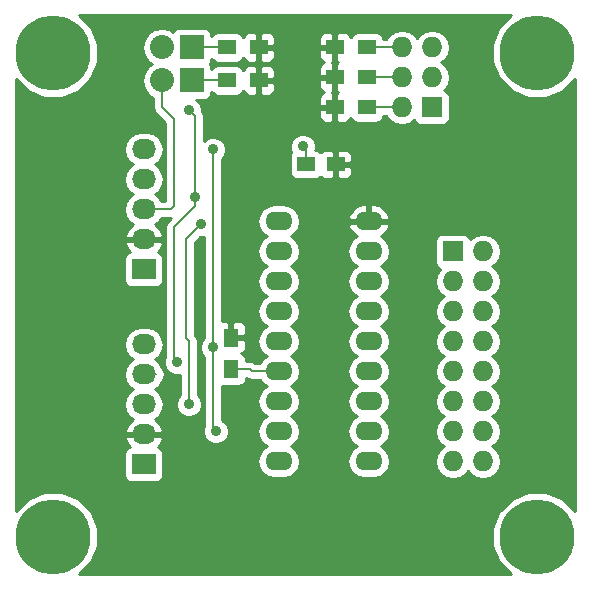
<source format=gtl>
G04 #@! TF.FileFunction,Copper,L1,Top,Signal*
%FSLAX46Y46*%
G04 Gerber Fmt 4.6, Leading zero omitted, Abs format (unit mm)*
G04 Created by KiCad (PCBNEW (after 2015-mar-04 BZR unknown)-product) date 12/21/2015 2:53:08 PM*
%MOMM*%
G01*
G04 APERTURE LIST*
%ADD10C,0.150000*%
%ADD11O,2.300000X1.600000*%
%ADD12R,1.500000X1.300000*%
%ADD13C,6.350000*%
%ADD14R,1.300000X1.500000*%
%ADD15R,1.500000X1.250000*%
%ADD16R,2.032000X2.032000*%
%ADD17O,2.032000X2.032000*%
%ADD18R,1.727200X1.727200*%
%ADD19O,1.727200X1.727200*%
%ADD20R,2.032000X1.727200*%
%ADD21O,2.032000X1.727200*%
%ADD22C,0.889000*%
%ADD23C,0.203200*%
%ADD24C,0.254000*%
G04 APERTURE END LIST*
D10*
D11*
X23114000Y-18288000D03*
X23114000Y-20828000D03*
X23114000Y-23368000D03*
X23114000Y-25908000D03*
X23114000Y-28448000D03*
X23114000Y-30988000D03*
X23114000Y-33528000D03*
X23114000Y-36068000D03*
X23114000Y-38608000D03*
X30734000Y-38608000D03*
X30734000Y-36068000D03*
X30734000Y-33528000D03*
X30734000Y-30988000D03*
X30734000Y-28448000D03*
X30734000Y-25908000D03*
X30734000Y-23368000D03*
X30734000Y-20828000D03*
X30734000Y-18288000D03*
D12*
X27860000Y-8636000D03*
X30560000Y-8636000D03*
X27860000Y-6096000D03*
X30560000Y-6096000D03*
X27860000Y-3556000D03*
X30560000Y-3556000D03*
X21416000Y-3556000D03*
X18716000Y-3556000D03*
X21416000Y-6350000D03*
X18716000Y-6350000D03*
D13*
X4000000Y-45000000D03*
X4000000Y-4000000D03*
X45000000Y-45000000D03*
X45000000Y-4000000D03*
D14*
X19050000Y-28114000D03*
X19050000Y-30814000D03*
D15*
X27920000Y-13462000D03*
X25420000Y-13462000D03*
D16*
X15748000Y-3556000D03*
D17*
X13208000Y-3556000D03*
D16*
X15748000Y-6350000D03*
D17*
X13208000Y-6350000D03*
D18*
X36068000Y-8636000D03*
D19*
X33528000Y-8636000D03*
X36068000Y-6096000D03*
X33528000Y-6096000D03*
X36068000Y-3556000D03*
X33528000Y-3556000D03*
D20*
X11684000Y-22352000D03*
D21*
X11684000Y-19812000D03*
X11684000Y-17272000D03*
X11684000Y-14732000D03*
X11684000Y-12192000D03*
D20*
X11684000Y-38862000D03*
D21*
X11684000Y-36322000D03*
X11684000Y-33782000D03*
X11684000Y-31242000D03*
X11684000Y-28702000D03*
D18*
X37846000Y-20828000D03*
D19*
X40386000Y-20828000D03*
X37846000Y-23368000D03*
X40386000Y-23368000D03*
X37846000Y-25908000D03*
X40386000Y-25908000D03*
X37846000Y-28448000D03*
X40386000Y-28448000D03*
X37846000Y-30988000D03*
X40386000Y-30988000D03*
X37846000Y-33528000D03*
X40386000Y-33528000D03*
X37846000Y-36068000D03*
X40386000Y-36068000D03*
X37846000Y-38608000D03*
X40386000Y-38608000D03*
D22*
X16002000Y-16256000D03*
X14478000Y-30226000D03*
X15494000Y-8890000D03*
X15494000Y-33782000D03*
X16510000Y-18542000D03*
X25146000Y-11938000D03*
X17780000Y-36068000D03*
X17526000Y-28956000D03*
X17526000Y-12192000D03*
D23*
X33528000Y-8636000D02*
X30560000Y-8636000D01*
X33528000Y-6096000D02*
X30560000Y-6096000D01*
X33528000Y-3556000D02*
X30560000Y-3556000D01*
X20654000Y-30814000D02*
X20828000Y-30988000D01*
X20828000Y-30988000D02*
X23114000Y-30988000D01*
X19050000Y-30814000D02*
X20654000Y-30814000D01*
X11684000Y-31242000D02*
X12700000Y-31242000D01*
X16002000Y-17018000D02*
X16002000Y-16256000D01*
X14224000Y-18796000D02*
X16002000Y-17018000D01*
X14224000Y-29972000D02*
X14224000Y-18796000D01*
X14478000Y-30226000D02*
X14224000Y-29972000D01*
X16002000Y-16256000D02*
X16002000Y-9398000D01*
X16002000Y-9398000D02*
X15494000Y-8890000D01*
X13970000Y-17272000D02*
X14224000Y-17018000D01*
X14224000Y-17018000D02*
X14224000Y-9652000D01*
X14224000Y-9652000D02*
X13208000Y-8636000D01*
X13208000Y-8636000D02*
X13208000Y-6350000D01*
X11684000Y-17272000D02*
X13970000Y-17272000D01*
X15494000Y-33782000D02*
X15494000Y-28448000D01*
X15494000Y-28448000D02*
X15240000Y-28194000D01*
X15240000Y-28194000D02*
X15240000Y-19812000D01*
X15240000Y-19812000D02*
X16510000Y-18542000D01*
X25420000Y-12212000D02*
X25146000Y-11938000D01*
X25420000Y-13462000D02*
X25420000Y-12212000D01*
X10922000Y-12192000D02*
X11684000Y-12192000D01*
X17780000Y-36068000D02*
X17526000Y-35814000D01*
X17526000Y-35814000D02*
X17526000Y-28956000D01*
X17526000Y-28956000D02*
X17526000Y-12192000D01*
X15748000Y-3556000D02*
X18716000Y-3556000D01*
X15748000Y-6350000D02*
X18716000Y-6350000D01*
D24*
G36*
X48174500Y-42787183D02*
X47161009Y-41771923D01*
X45761181Y-41190663D01*
X44245469Y-41189340D01*
X42844628Y-41768156D01*
X41913959Y-42697202D01*
X41913959Y-38608000D01*
X41799885Y-38034511D01*
X41475029Y-37548330D01*
X41160248Y-37338000D01*
X41475029Y-37127670D01*
X41799885Y-36641489D01*
X41913959Y-36068000D01*
X41799885Y-35494511D01*
X41475029Y-35008330D01*
X41160248Y-34798000D01*
X41475029Y-34587670D01*
X41799885Y-34101489D01*
X41913959Y-33528000D01*
X41799885Y-32954511D01*
X41475029Y-32468330D01*
X41160248Y-32258000D01*
X41475029Y-32047670D01*
X41799885Y-31561489D01*
X41913959Y-30988000D01*
X41799885Y-30414511D01*
X41475029Y-29928330D01*
X41160248Y-29718000D01*
X41475029Y-29507670D01*
X41799885Y-29021489D01*
X41913959Y-28448000D01*
X41799885Y-27874511D01*
X41475029Y-27388330D01*
X41160248Y-27178000D01*
X41475029Y-26967670D01*
X41799885Y-26481489D01*
X41913959Y-25908000D01*
X41799885Y-25334511D01*
X41475029Y-24848330D01*
X41160248Y-24638000D01*
X41475029Y-24427670D01*
X41799885Y-23941489D01*
X41913959Y-23368000D01*
X41799885Y-22794511D01*
X41475029Y-22308330D01*
X41160248Y-22098000D01*
X41475029Y-21887670D01*
X41799885Y-21401489D01*
X41913959Y-20828000D01*
X41799885Y-20254511D01*
X41475029Y-19768330D01*
X40988848Y-19443474D01*
X40415359Y-19329400D01*
X40356641Y-19329400D01*
X39783152Y-19443474D01*
X39316470Y-19755300D01*
X39310063Y-19722277D01*
X39170273Y-19509473D01*
X38959240Y-19367023D01*
X38709600Y-19316960D01*
X37595959Y-19316960D01*
X37595959Y-6096000D01*
X37481885Y-5522511D01*
X37157029Y-5036330D01*
X36842248Y-4826000D01*
X37157029Y-4615670D01*
X37481885Y-4129489D01*
X37595959Y-3556000D01*
X37481885Y-2982511D01*
X37157029Y-2496330D01*
X36670848Y-2171474D01*
X36097359Y-2057400D01*
X36038641Y-2057400D01*
X35465152Y-2171474D01*
X34978971Y-2496330D01*
X34798000Y-2767172D01*
X34617029Y-2496330D01*
X34130848Y-2171474D01*
X33557359Y-2057400D01*
X33498641Y-2057400D01*
X32925152Y-2171474D01*
X32438971Y-2496330D01*
X32223102Y-2819400D01*
X31940637Y-2819400D01*
X31910463Y-2663877D01*
X31770673Y-2451073D01*
X31559640Y-2308623D01*
X31310000Y-2258560D01*
X29810000Y-2258560D01*
X29567877Y-2305537D01*
X29355073Y-2445327D01*
X29212623Y-2656360D01*
X29206520Y-2686791D01*
X29148327Y-2546301D01*
X28969698Y-2367673D01*
X28736309Y-2271000D01*
X28145750Y-2271000D01*
X27987000Y-2429750D01*
X27987000Y-3429000D01*
X28007000Y-3429000D01*
X28007000Y-3683000D01*
X27987000Y-3683000D01*
X27987000Y-4682250D01*
X28130750Y-4826000D01*
X27987000Y-4969750D01*
X27987000Y-5969000D01*
X28007000Y-5969000D01*
X28007000Y-6223000D01*
X27987000Y-6223000D01*
X27987000Y-7222250D01*
X28130750Y-7366000D01*
X27987000Y-7509750D01*
X27987000Y-8509000D01*
X28007000Y-8509000D01*
X28007000Y-8763000D01*
X27987000Y-8763000D01*
X27987000Y-9762250D01*
X28145750Y-9921000D01*
X28736309Y-9921000D01*
X28969698Y-9824327D01*
X29148327Y-9645699D01*
X29205546Y-9507557D01*
X29209537Y-9528123D01*
X29349327Y-9740927D01*
X29560360Y-9883377D01*
X29810000Y-9933440D01*
X31310000Y-9933440D01*
X31552123Y-9886463D01*
X31764927Y-9746673D01*
X31907377Y-9535640D01*
X31940073Y-9372600D01*
X32223102Y-9372600D01*
X32438971Y-9695670D01*
X32925152Y-10020526D01*
X33498641Y-10134600D01*
X33557359Y-10134600D01*
X34130848Y-10020526D01*
X34597529Y-9708699D01*
X34603937Y-9741723D01*
X34743727Y-9954527D01*
X34954760Y-10096977D01*
X35204400Y-10147040D01*
X36931600Y-10147040D01*
X37173723Y-10100063D01*
X37386527Y-9960273D01*
X37528977Y-9749240D01*
X37579040Y-9499600D01*
X37579040Y-7772400D01*
X37532063Y-7530277D01*
X37392273Y-7317473D01*
X37181240Y-7175023D01*
X37140340Y-7166820D01*
X37157029Y-7155670D01*
X37481885Y-6669489D01*
X37595959Y-6096000D01*
X37595959Y-19316960D01*
X36982400Y-19316960D01*
X36740277Y-19363937D01*
X36527473Y-19503727D01*
X36385023Y-19714760D01*
X36334960Y-19964400D01*
X36334960Y-21691600D01*
X36381937Y-21933723D01*
X36521727Y-22146527D01*
X36732760Y-22288977D01*
X36773659Y-22297179D01*
X36756971Y-22308330D01*
X36432115Y-22794511D01*
X36318041Y-23368000D01*
X36432115Y-23941489D01*
X36756971Y-24427670D01*
X37071751Y-24638000D01*
X36756971Y-24848330D01*
X36432115Y-25334511D01*
X36318041Y-25908000D01*
X36432115Y-26481489D01*
X36756971Y-26967670D01*
X37071751Y-27178000D01*
X36756971Y-27388330D01*
X36432115Y-27874511D01*
X36318041Y-28448000D01*
X36432115Y-29021489D01*
X36756971Y-29507670D01*
X37071751Y-29718000D01*
X36756971Y-29928330D01*
X36432115Y-30414511D01*
X36318041Y-30988000D01*
X36432115Y-31561489D01*
X36756971Y-32047670D01*
X37071751Y-32258000D01*
X36756971Y-32468330D01*
X36432115Y-32954511D01*
X36318041Y-33528000D01*
X36432115Y-34101489D01*
X36756971Y-34587670D01*
X37071751Y-34798000D01*
X36756971Y-35008330D01*
X36432115Y-35494511D01*
X36318041Y-36068000D01*
X36432115Y-36641489D01*
X36756971Y-37127670D01*
X37071751Y-37338000D01*
X36756971Y-37548330D01*
X36432115Y-38034511D01*
X36318041Y-38608000D01*
X36432115Y-39181489D01*
X36756971Y-39667670D01*
X37243152Y-39992526D01*
X37816641Y-40106600D01*
X37875359Y-40106600D01*
X38448848Y-39992526D01*
X38935029Y-39667670D01*
X39116000Y-39396827D01*
X39296971Y-39667670D01*
X39783152Y-39992526D01*
X40356641Y-40106600D01*
X40415359Y-40106600D01*
X40988848Y-39992526D01*
X41475029Y-39667670D01*
X41799885Y-39181489D01*
X41913959Y-38608000D01*
X41913959Y-42697202D01*
X41771923Y-42838991D01*
X41190663Y-44238819D01*
X41189340Y-45754531D01*
X41768156Y-47155372D01*
X42785507Y-48174500D01*
X32553970Y-48174500D01*
X32553970Y-38608000D01*
X32444737Y-38058849D01*
X32133668Y-37593302D01*
X31751582Y-37338000D01*
X32133668Y-37082698D01*
X32444737Y-36617151D01*
X32553970Y-36068000D01*
X32444737Y-35518849D01*
X32133668Y-35053302D01*
X31751582Y-34798000D01*
X32133668Y-34542698D01*
X32444737Y-34077151D01*
X32553970Y-33528000D01*
X32444737Y-32978849D01*
X32133668Y-32513302D01*
X31751582Y-32258000D01*
X32133668Y-32002698D01*
X32444737Y-31537151D01*
X32553970Y-30988000D01*
X32444737Y-30438849D01*
X32133668Y-29973302D01*
X31751582Y-29718000D01*
X32133668Y-29462698D01*
X32444737Y-28997151D01*
X32553970Y-28448000D01*
X32444737Y-27898849D01*
X32133668Y-27433302D01*
X31751582Y-27178000D01*
X32133668Y-26922698D01*
X32444737Y-26457151D01*
X32553970Y-25908000D01*
X32444737Y-25358849D01*
X32133668Y-24893302D01*
X31751582Y-24638000D01*
X32133668Y-24382698D01*
X32444737Y-23917151D01*
X32553970Y-23368000D01*
X32444737Y-22818849D01*
X32133668Y-22353302D01*
X31751582Y-22098000D01*
X32133668Y-21842698D01*
X32444737Y-21377151D01*
X32553970Y-20828000D01*
X32444737Y-20278849D01*
X32133668Y-19813302D01*
X31755848Y-19560850D01*
X32188500Y-19212896D01*
X32458367Y-18719819D01*
X32475904Y-18637039D01*
X32475904Y-17938961D01*
X32458367Y-17856181D01*
X32188500Y-17363104D01*
X31750483Y-17010834D01*
X31211000Y-16853000D01*
X30861000Y-16853000D01*
X30861000Y-18161000D01*
X32353915Y-18161000D01*
X32475904Y-17938961D01*
X32475904Y-18637039D01*
X32353915Y-18415000D01*
X30861000Y-18415000D01*
X30861000Y-18435000D01*
X30607000Y-18435000D01*
X30607000Y-18415000D01*
X30607000Y-18161000D01*
X30607000Y-16853000D01*
X30257000Y-16853000D01*
X29717517Y-17010834D01*
X29305000Y-17342595D01*
X29305000Y-14213310D01*
X29305000Y-13960691D01*
X29305000Y-13747750D01*
X29305000Y-13176250D01*
X29305000Y-12963309D01*
X29305000Y-12710690D01*
X29208327Y-12477301D01*
X29029698Y-12298673D01*
X28796309Y-12202000D01*
X28205750Y-12202000D01*
X28047000Y-12360750D01*
X28047000Y-13335000D01*
X29146250Y-13335000D01*
X29305000Y-13176250D01*
X29305000Y-13747750D01*
X29146250Y-13589000D01*
X28047000Y-13589000D01*
X28047000Y-14563250D01*
X28205750Y-14722000D01*
X28796309Y-14722000D01*
X29029698Y-14625327D01*
X29208327Y-14446699D01*
X29305000Y-14213310D01*
X29305000Y-17342595D01*
X29279500Y-17363104D01*
X29009633Y-17856181D01*
X28992096Y-17938961D01*
X29114085Y-18161000D01*
X30607000Y-18161000D01*
X30607000Y-18415000D01*
X29114085Y-18415000D01*
X28992096Y-18637039D01*
X29009633Y-18719819D01*
X29279500Y-19212896D01*
X29712151Y-19560850D01*
X29334332Y-19813302D01*
X29023263Y-20278849D01*
X28914030Y-20828000D01*
X29023263Y-21377151D01*
X29334332Y-21842698D01*
X29716417Y-22098000D01*
X29334332Y-22353302D01*
X29023263Y-22818849D01*
X28914030Y-23368000D01*
X29023263Y-23917151D01*
X29334332Y-24382698D01*
X29716417Y-24638000D01*
X29334332Y-24893302D01*
X29023263Y-25358849D01*
X28914030Y-25908000D01*
X29023263Y-26457151D01*
X29334332Y-26922698D01*
X29716417Y-27178000D01*
X29334332Y-27433302D01*
X29023263Y-27898849D01*
X28914030Y-28448000D01*
X29023263Y-28997151D01*
X29334332Y-29462698D01*
X29716417Y-29718000D01*
X29334332Y-29973302D01*
X29023263Y-30438849D01*
X28914030Y-30988000D01*
X29023263Y-31537151D01*
X29334332Y-32002698D01*
X29716417Y-32258000D01*
X29334332Y-32513302D01*
X29023263Y-32978849D01*
X28914030Y-33528000D01*
X29023263Y-34077151D01*
X29334332Y-34542698D01*
X29716417Y-34798000D01*
X29334332Y-35053302D01*
X29023263Y-35518849D01*
X28914030Y-36068000D01*
X29023263Y-36617151D01*
X29334332Y-37082698D01*
X29716417Y-37338000D01*
X29334332Y-37593302D01*
X29023263Y-38058849D01*
X28914030Y-38608000D01*
X29023263Y-39157151D01*
X29334332Y-39622698D01*
X29799879Y-39933767D01*
X30349030Y-40043000D01*
X31118970Y-40043000D01*
X31668121Y-39933767D01*
X32133668Y-39622698D01*
X32444737Y-39157151D01*
X32553970Y-38608000D01*
X32553970Y-48174500D01*
X27793000Y-48174500D01*
X27793000Y-14563250D01*
X27793000Y-13589000D01*
X27773000Y-13589000D01*
X27773000Y-13335000D01*
X27793000Y-13335000D01*
X27793000Y-12360750D01*
X27733000Y-12300750D01*
X27733000Y-9762250D01*
X27733000Y-8763000D01*
X27733000Y-8509000D01*
X27733000Y-7509750D01*
X27589250Y-7366000D01*
X27733000Y-7222250D01*
X27733000Y-6223000D01*
X27733000Y-5969000D01*
X27733000Y-4969750D01*
X27589250Y-4826000D01*
X27733000Y-4682250D01*
X27733000Y-3683000D01*
X27733000Y-3429000D01*
X27733000Y-2429750D01*
X27574250Y-2271000D01*
X26983691Y-2271000D01*
X26750302Y-2367673D01*
X26571673Y-2546301D01*
X26475000Y-2779690D01*
X26475000Y-3032309D01*
X26475000Y-3270250D01*
X26633750Y-3429000D01*
X27733000Y-3429000D01*
X27733000Y-3683000D01*
X26633750Y-3683000D01*
X26475000Y-3841750D01*
X26475000Y-4079691D01*
X26475000Y-4332310D01*
X26571673Y-4565699D01*
X26750302Y-4744327D01*
X26947477Y-4826000D01*
X26750302Y-4907673D01*
X26571673Y-5086301D01*
X26475000Y-5319690D01*
X26475000Y-5572309D01*
X26475000Y-5810250D01*
X26633750Y-5969000D01*
X27733000Y-5969000D01*
X27733000Y-6223000D01*
X26633750Y-6223000D01*
X26475000Y-6381750D01*
X26475000Y-6619691D01*
X26475000Y-6872310D01*
X26571673Y-7105699D01*
X26750302Y-7284327D01*
X26947477Y-7366000D01*
X26750302Y-7447673D01*
X26571673Y-7626301D01*
X26475000Y-7859690D01*
X26475000Y-8112309D01*
X26475000Y-8350250D01*
X26633750Y-8509000D01*
X27733000Y-8509000D01*
X27733000Y-8763000D01*
X26633750Y-8763000D01*
X26475000Y-8921750D01*
X26475000Y-9159691D01*
X26475000Y-9412310D01*
X26571673Y-9645699D01*
X26750302Y-9824327D01*
X26983691Y-9921000D01*
X27574250Y-9921000D01*
X27733000Y-9762250D01*
X27733000Y-12300750D01*
X27634250Y-12202000D01*
X27043691Y-12202000D01*
X26810302Y-12298673D01*
X26668823Y-12440150D01*
X26630673Y-12382073D01*
X26419640Y-12239623D01*
X26207302Y-12197040D01*
X26225313Y-12153668D01*
X26225687Y-11724216D01*
X26061689Y-11327311D01*
X25758286Y-11023378D01*
X25361668Y-10858687D01*
X24932216Y-10858313D01*
X24535311Y-11022311D01*
X24231378Y-11325714D01*
X24066687Y-11722332D01*
X24066313Y-12151784D01*
X24180348Y-12427770D01*
X24072623Y-12587360D01*
X24022560Y-12837000D01*
X24022560Y-14087000D01*
X24069537Y-14329123D01*
X24209327Y-14541927D01*
X24420360Y-14684377D01*
X24670000Y-14734440D01*
X26170000Y-14734440D01*
X26412123Y-14687463D01*
X26624927Y-14547673D01*
X26668337Y-14483362D01*
X26810302Y-14625327D01*
X27043691Y-14722000D01*
X27634250Y-14722000D01*
X27793000Y-14563250D01*
X27793000Y-48174500D01*
X24933970Y-48174500D01*
X24933970Y-38608000D01*
X24824737Y-38058849D01*
X24513668Y-37593302D01*
X24131582Y-37338000D01*
X24513668Y-37082698D01*
X24824737Y-36617151D01*
X24933970Y-36068000D01*
X24824737Y-35518849D01*
X24513668Y-35053302D01*
X24131582Y-34798000D01*
X24513668Y-34542698D01*
X24824737Y-34077151D01*
X24933970Y-33528000D01*
X24824737Y-32978849D01*
X24513668Y-32513302D01*
X24131582Y-32258000D01*
X24513668Y-32002698D01*
X24824737Y-31537151D01*
X24933970Y-30988000D01*
X24824737Y-30438849D01*
X24513668Y-29973302D01*
X24131582Y-29718000D01*
X24513668Y-29462698D01*
X24824737Y-28997151D01*
X24933970Y-28448000D01*
X24824737Y-27898849D01*
X24513668Y-27433302D01*
X24131582Y-27178000D01*
X24513668Y-26922698D01*
X24824737Y-26457151D01*
X24933970Y-25908000D01*
X24824737Y-25358849D01*
X24513668Y-24893302D01*
X24131582Y-24638000D01*
X24513668Y-24382698D01*
X24824737Y-23917151D01*
X24933970Y-23368000D01*
X24824737Y-22818849D01*
X24513668Y-22353302D01*
X24131582Y-22098000D01*
X24513668Y-21842698D01*
X24824737Y-21377151D01*
X24933970Y-20828000D01*
X24824737Y-20278849D01*
X24513668Y-19813302D01*
X24131582Y-19558000D01*
X24513668Y-19302698D01*
X24824737Y-18837151D01*
X24933970Y-18288000D01*
X24824737Y-17738849D01*
X24513668Y-17273302D01*
X24048121Y-16962233D01*
X23498970Y-16853000D01*
X22801000Y-16853000D01*
X22801000Y-7126310D01*
X22801000Y-6873691D01*
X22801000Y-6635750D01*
X22801000Y-6064250D01*
X22801000Y-5826309D01*
X22801000Y-5573690D01*
X22801000Y-4332310D01*
X22801000Y-4079691D01*
X22801000Y-3841750D01*
X22801000Y-3270250D01*
X22801000Y-3032309D01*
X22801000Y-2779690D01*
X22704327Y-2546301D01*
X22525698Y-2367673D01*
X22292309Y-2271000D01*
X21701750Y-2271000D01*
X21543000Y-2429750D01*
X21543000Y-3429000D01*
X22642250Y-3429000D01*
X22801000Y-3270250D01*
X22801000Y-3841750D01*
X22642250Y-3683000D01*
X21543000Y-3683000D01*
X21543000Y-4682250D01*
X21701750Y-4841000D01*
X22292309Y-4841000D01*
X22525698Y-4744327D01*
X22704327Y-4565699D01*
X22801000Y-4332310D01*
X22801000Y-5573690D01*
X22704327Y-5340301D01*
X22525698Y-5161673D01*
X22292309Y-5065000D01*
X21701750Y-5065000D01*
X21543000Y-5223750D01*
X21543000Y-6223000D01*
X22642250Y-6223000D01*
X22801000Y-6064250D01*
X22801000Y-6635750D01*
X22642250Y-6477000D01*
X21543000Y-6477000D01*
X21543000Y-7476250D01*
X21701750Y-7635000D01*
X22292309Y-7635000D01*
X22525698Y-7538327D01*
X22704327Y-7359699D01*
X22801000Y-7126310D01*
X22801000Y-16853000D01*
X22729030Y-16853000D01*
X22179879Y-16962233D01*
X21714332Y-17273302D01*
X21403263Y-17738849D01*
X21294030Y-18288000D01*
X21403263Y-18837151D01*
X21714332Y-19302698D01*
X22096417Y-19558000D01*
X21714332Y-19813302D01*
X21403263Y-20278849D01*
X21294030Y-20828000D01*
X21403263Y-21377151D01*
X21714332Y-21842698D01*
X22096417Y-22098000D01*
X21714332Y-22353302D01*
X21403263Y-22818849D01*
X21294030Y-23368000D01*
X21403263Y-23917151D01*
X21714332Y-24382698D01*
X22096417Y-24638000D01*
X21714332Y-24893302D01*
X21403263Y-25358849D01*
X21294030Y-25908000D01*
X21403263Y-26457151D01*
X21714332Y-26922698D01*
X22096417Y-27178000D01*
X21714332Y-27433302D01*
X21403263Y-27898849D01*
X21294030Y-28448000D01*
X21403263Y-28997151D01*
X21714332Y-29462698D01*
X22096417Y-29718000D01*
X21714332Y-29973302D01*
X21528512Y-30251400D01*
X21112379Y-30251400D01*
X20935885Y-30133470D01*
X20654000Y-30077400D01*
X20347440Y-30077400D01*
X20347440Y-30064000D01*
X20300463Y-29821877D01*
X20160673Y-29609073D01*
X19949640Y-29466623D01*
X19919208Y-29460520D01*
X20059699Y-29402327D01*
X20238327Y-29223698D01*
X20335000Y-28990309D01*
X20335000Y-28399750D01*
X20335000Y-27828250D01*
X20335000Y-27237691D01*
X20238327Y-27004302D01*
X20059699Y-26825673D01*
X19826310Y-26729000D01*
X19573691Y-26729000D01*
X19335750Y-26729000D01*
X19177000Y-26887750D01*
X19177000Y-27987000D01*
X20176250Y-27987000D01*
X20335000Y-27828250D01*
X20335000Y-28399750D01*
X20176250Y-28241000D01*
X19177000Y-28241000D01*
X19177000Y-28261000D01*
X18923000Y-28261000D01*
X18923000Y-28241000D01*
X18903000Y-28241000D01*
X18903000Y-27987000D01*
X18923000Y-27987000D01*
X18923000Y-26887750D01*
X18764250Y-26729000D01*
X18526309Y-26729000D01*
X18273690Y-26729000D01*
X18262600Y-26733593D01*
X18262600Y-12981997D01*
X18440622Y-12804286D01*
X18605313Y-12407668D01*
X18605687Y-11978216D01*
X18441689Y-11581311D01*
X18138286Y-11277378D01*
X17741668Y-11112687D01*
X17312216Y-11112313D01*
X16915311Y-11276311D01*
X16738600Y-11452713D01*
X16738600Y-9398000D01*
X16682530Y-9116115D01*
X16573446Y-8952859D01*
X16573687Y-8676216D01*
X16409689Y-8279311D01*
X16144281Y-8013440D01*
X16764000Y-8013440D01*
X17006123Y-7966463D01*
X17218927Y-7826673D01*
X17361377Y-7615640D01*
X17411440Y-7366000D01*
X17411440Y-7312001D01*
X17505327Y-7454927D01*
X17716360Y-7597377D01*
X17966000Y-7647440D01*
X19466000Y-7647440D01*
X19708123Y-7600463D01*
X19920927Y-7460673D01*
X20063377Y-7249640D01*
X20069479Y-7219208D01*
X20127673Y-7359699D01*
X20306302Y-7538327D01*
X20539691Y-7635000D01*
X21130250Y-7635000D01*
X21289000Y-7476250D01*
X21289000Y-6477000D01*
X21269000Y-6477000D01*
X21269000Y-6223000D01*
X21289000Y-6223000D01*
X21289000Y-5223750D01*
X21130250Y-5065000D01*
X20539691Y-5065000D01*
X20306302Y-5161673D01*
X20127673Y-5340301D01*
X20070453Y-5478442D01*
X20066463Y-5457877D01*
X19926673Y-5245073D01*
X19715640Y-5102623D01*
X19466000Y-5052560D01*
X17966000Y-5052560D01*
X17723877Y-5099537D01*
X17511073Y-5239327D01*
X17411440Y-5386928D01*
X17411440Y-5334000D01*
X17364463Y-5091877D01*
X17272974Y-4952603D01*
X17361377Y-4821640D01*
X17411440Y-4572000D01*
X17411440Y-4518001D01*
X17505327Y-4660927D01*
X17716360Y-4803377D01*
X17966000Y-4853440D01*
X19466000Y-4853440D01*
X19708123Y-4806463D01*
X19920927Y-4666673D01*
X20063377Y-4455640D01*
X20069479Y-4425208D01*
X20127673Y-4565699D01*
X20306302Y-4744327D01*
X20539691Y-4841000D01*
X21130250Y-4841000D01*
X21289000Y-4682250D01*
X21289000Y-3683000D01*
X21269000Y-3683000D01*
X21269000Y-3429000D01*
X21289000Y-3429000D01*
X21289000Y-2429750D01*
X21130250Y-2271000D01*
X20539691Y-2271000D01*
X20306302Y-2367673D01*
X20127673Y-2546301D01*
X20070453Y-2684442D01*
X20066463Y-2663877D01*
X19926673Y-2451073D01*
X19715640Y-2308623D01*
X19466000Y-2258560D01*
X17966000Y-2258560D01*
X17723877Y-2305537D01*
X17511073Y-2445327D01*
X17411440Y-2592928D01*
X17411440Y-2540000D01*
X17364463Y-2297877D01*
X17224673Y-2085073D01*
X17013640Y-1942623D01*
X16764000Y-1892560D01*
X14732000Y-1892560D01*
X14489877Y-1939537D01*
X14277073Y-2079327D01*
X14178836Y-2224860D01*
X13839810Y-1998330D01*
X13208000Y-1872655D01*
X12576190Y-1998330D01*
X12040567Y-2356222D01*
X11682675Y-2891845D01*
X11557000Y-3523655D01*
X11557000Y-3588345D01*
X11682675Y-4220155D01*
X12040567Y-4755778D01*
X12335730Y-4953000D01*
X12040567Y-5150222D01*
X11682675Y-5685845D01*
X11557000Y-6317655D01*
X11557000Y-6382345D01*
X11682675Y-7014155D01*
X12040567Y-7549778D01*
X12471400Y-7837651D01*
X12471400Y-8636000D01*
X12527470Y-8917885D01*
X12687145Y-9156855D01*
X13487400Y-9957110D01*
X13487400Y-16535400D01*
X13144283Y-16535400D01*
X12928415Y-16212330D01*
X12613634Y-16002000D01*
X12928415Y-15791670D01*
X13253271Y-15305489D01*
X13367345Y-14732000D01*
X13253271Y-14158511D01*
X12928415Y-13672330D01*
X12613634Y-13462000D01*
X12928415Y-13251670D01*
X13253271Y-12765489D01*
X13367345Y-12192000D01*
X13253271Y-11618511D01*
X12928415Y-11132330D01*
X12442234Y-10807474D01*
X11868745Y-10693400D01*
X11499255Y-10693400D01*
X10925766Y-10807474D01*
X10439585Y-11132330D01*
X10114729Y-11618511D01*
X10000655Y-12192000D01*
X10114729Y-12765489D01*
X10439585Y-13251670D01*
X10754365Y-13462000D01*
X10439585Y-13672330D01*
X10114729Y-14158511D01*
X10000655Y-14732000D01*
X10114729Y-15305489D01*
X10439585Y-15791670D01*
X10754365Y-16002000D01*
X10439585Y-16212330D01*
X10114729Y-16698511D01*
X10000655Y-17272000D01*
X10114729Y-17845489D01*
X10439585Y-18331670D01*
X10749069Y-18538460D01*
X10333268Y-18909964D01*
X10079291Y-19437209D01*
X10076642Y-19452974D01*
X10197783Y-19685000D01*
X11557000Y-19685000D01*
X11557000Y-19665000D01*
X11811000Y-19665000D01*
X11811000Y-19685000D01*
X13170217Y-19685000D01*
X13291358Y-19452974D01*
X13288709Y-19437209D01*
X13034732Y-18909964D01*
X12618930Y-18538460D01*
X12928415Y-18331670D01*
X13144283Y-18008600D01*
X13969690Y-18008600D01*
X13703145Y-18275145D01*
X13543470Y-18514115D01*
X13487400Y-18796000D01*
X13487400Y-29796688D01*
X13398687Y-30010332D01*
X13398313Y-30439784D01*
X13562311Y-30836689D01*
X13865714Y-31140622D01*
X14262332Y-31305313D01*
X14691784Y-31305687D01*
X14757400Y-31278574D01*
X14757400Y-32992002D01*
X14579378Y-33169714D01*
X14414687Y-33566332D01*
X14414313Y-33995784D01*
X14578311Y-34392689D01*
X14881714Y-34696622D01*
X15278332Y-34861313D01*
X15707784Y-34861687D01*
X16104689Y-34697689D01*
X16408622Y-34394286D01*
X16573313Y-33997668D01*
X16573687Y-33568216D01*
X16409689Y-33171311D01*
X16230600Y-32991909D01*
X16230600Y-28448000D01*
X16174530Y-28166115D01*
X16014855Y-27927145D01*
X15976600Y-27888890D01*
X15976600Y-20117110D01*
X16472242Y-19621467D01*
X16723784Y-19621687D01*
X16789400Y-19594574D01*
X16789400Y-28166002D01*
X16611378Y-28343714D01*
X16446687Y-28740332D01*
X16446313Y-29169784D01*
X16610311Y-29566689D01*
X16789400Y-29746090D01*
X16789400Y-35638688D01*
X16700687Y-35852332D01*
X16700313Y-36281784D01*
X16864311Y-36678689D01*
X17167714Y-36982622D01*
X17564332Y-37147313D01*
X17993784Y-37147687D01*
X18390689Y-36983689D01*
X18694622Y-36680286D01*
X18859313Y-36283668D01*
X18859687Y-35854216D01*
X18695689Y-35457311D01*
X18392286Y-35153378D01*
X18262600Y-35099527D01*
X18262600Y-32183885D01*
X18400000Y-32211440D01*
X19700000Y-32211440D01*
X19942123Y-32164463D01*
X20154927Y-32024673D01*
X20297377Y-31813640D01*
X20347440Y-31564000D01*
X20347440Y-31550600D01*
X20369620Y-31550600D01*
X20546115Y-31668530D01*
X20828000Y-31724600D01*
X21528512Y-31724600D01*
X21714332Y-32002698D01*
X22096417Y-32258000D01*
X21714332Y-32513302D01*
X21403263Y-32978849D01*
X21294030Y-33528000D01*
X21403263Y-34077151D01*
X21714332Y-34542698D01*
X22096417Y-34798000D01*
X21714332Y-35053302D01*
X21403263Y-35518849D01*
X21294030Y-36068000D01*
X21403263Y-36617151D01*
X21714332Y-37082698D01*
X22096417Y-37338000D01*
X21714332Y-37593302D01*
X21403263Y-38058849D01*
X21294030Y-38608000D01*
X21403263Y-39157151D01*
X21714332Y-39622698D01*
X22179879Y-39933767D01*
X22729030Y-40043000D01*
X23498970Y-40043000D01*
X24048121Y-39933767D01*
X24513668Y-39622698D01*
X24824737Y-39157151D01*
X24933970Y-38608000D01*
X24933970Y-48174500D01*
X13436600Y-48174500D01*
X13436600Y-31242000D01*
X13380530Y-30960115D01*
X13281918Y-30812533D01*
X13253271Y-30668511D01*
X12928415Y-30182330D01*
X12613634Y-29972000D01*
X12928415Y-29761670D01*
X13253271Y-29275489D01*
X13367345Y-28702000D01*
X13347440Y-28601930D01*
X13347440Y-23215600D01*
X13347440Y-21488400D01*
X13300463Y-21246277D01*
X13160673Y-21033473D01*
X12949640Y-20891023D01*
X12857354Y-20872516D01*
X13034732Y-20714036D01*
X13288709Y-20186791D01*
X13291358Y-20171026D01*
X13170217Y-19939000D01*
X11811000Y-19939000D01*
X11811000Y-19959000D01*
X11557000Y-19959000D01*
X11557000Y-19939000D01*
X10197783Y-19939000D01*
X10076642Y-20171026D01*
X10079291Y-20186791D01*
X10333268Y-20714036D01*
X10509701Y-20871673D01*
X10425877Y-20887937D01*
X10213073Y-21027727D01*
X10070623Y-21238760D01*
X10020560Y-21488400D01*
X10020560Y-23215600D01*
X10067537Y-23457723D01*
X10207327Y-23670527D01*
X10418360Y-23812977D01*
X10668000Y-23863040D01*
X12700000Y-23863040D01*
X12942123Y-23816063D01*
X13154927Y-23676273D01*
X13297377Y-23465240D01*
X13347440Y-23215600D01*
X13347440Y-28601930D01*
X13253271Y-28128511D01*
X12928415Y-27642330D01*
X12442234Y-27317474D01*
X11868745Y-27203400D01*
X11499255Y-27203400D01*
X10925766Y-27317474D01*
X10439585Y-27642330D01*
X10114729Y-28128511D01*
X10000655Y-28702000D01*
X10114729Y-29275489D01*
X10439585Y-29761670D01*
X10754365Y-29972000D01*
X10439585Y-30182330D01*
X10114729Y-30668511D01*
X10000655Y-31242000D01*
X10114729Y-31815489D01*
X10439585Y-32301670D01*
X10754365Y-32512000D01*
X10439585Y-32722330D01*
X10114729Y-33208511D01*
X10000655Y-33782000D01*
X10114729Y-34355489D01*
X10439585Y-34841670D01*
X10749069Y-35048460D01*
X10333268Y-35419964D01*
X10079291Y-35947209D01*
X10076642Y-35962974D01*
X10197783Y-36195000D01*
X11557000Y-36195000D01*
X11557000Y-36175000D01*
X11811000Y-36175000D01*
X11811000Y-36195000D01*
X13170217Y-36195000D01*
X13291358Y-35962974D01*
X13288709Y-35947209D01*
X13034732Y-35419964D01*
X12618930Y-35048460D01*
X12928415Y-34841670D01*
X13253271Y-34355489D01*
X13367345Y-33782000D01*
X13253271Y-33208511D01*
X12928415Y-32722330D01*
X12613634Y-32512000D01*
X12928415Y-32301670D01*
X13253271Y-31815489D01*
X13281918Y-31671466D01*
X13380530Y-31523885D01*
X13436600Y-31242000D01*
X13436600Y-48174500D01*
X13347440Y-48174500D01*
X13347440Y-39725600D01*
X13347440Y-37998400D01*
X13300463Y-37756277D01*
X13160673Y-37543473D01*
X12949640Y-37401023D01*
X12857354Y-37382516D01*
X13034732Y-37224036D01*
X13288709Y-36696791D01*
X13291358Y-36681026D01*
X13170217Y-36449000D01*
X11811000Y-36449000D01*
X11811000Y-36469000D01*
X11557000Y-36469000D01*
X11557000Y-36449000D01*
X10197783Y-36449000D01*
X10076642Y-36681026D01*
X10079291Y-36696791D01*
X10333268Y-37224036D01*
X10509701Y-37381673D01*
X10425877Y-37397937D01*
X10213073Y-37537727D01*
X10070623Y-37748760D01*
X10020560Y-37998400D01*
X10020560Y-39725600D01*
X10067537Y-39967723D01*
X10207327Y-40180527D01*
X10418360Y-40322977D01*
X10668000Y-40373040D01*
X12700000Y-40373040D01*
X12942123Y-40326063D01*
X13154927Y-40186273D01*
X13297377Y-39975240D01*
X13347440Y-39725600D01*
X13347440Y-48174500D01*
X6212816Y-48174500D01*
X7228077Y-47161009D01*
X7809337Y-45761181D01*
X7810660Y-44245469D01*
X7231844Y-42844628D01*
X6161009Y-41771923D01*
X4761181Y-41190663D01*
X3245469Y-41189340D01*
X1844628Y-41768156D01*
X825500Y-42785507D01*
X825500Y-6212816D01*
X1838991Y-7228077D01*
X3238819Y-7809337D01*
X4754531Y-7810660D01*
X6155372Y-7231844D01*
X7228077Y-6161009D01*
X7809337Y-4761181D01*
X7810660Y-3245469D01*
X7231844Y-1844628D01*
X6214492Y-825500D01*
X42787183Y-825500D01*
X41771923Y-1838991D01*
X41190663Y-3238819D01*
X41189340Y-4754531D01*
X41768156Y-6155372D01*
X42838991Y-7228077D01*
X44238819Y-7809337D01*
X45754531Y-7810660D01*
X47155372Y-7231844D01*
X48174500Y-6214492D01*
X48174500Y-42787183D01*
X48174500Y-42787183D01*
G37*
X48174500Y-42787183D02*
X47161009Y-41771923D01*
X45761181Y-41190663D01*
X44245469Y-41189340D01*
X42844628Y-41768156D01*
X41913959Y-42697202D01*
X41913959Y-38608000D01*
X41799885Y-38034511D01*
X41475029Y-37548330D01*
X41160248Y-37338000D01*
X41475029Y-37127670D01*
X41799885Y-36641489D01*
X41913959Y-36068000D01*
X41799885Y-35494511D01*
X41475029Y-35008330D01*
X41160248Y-34798000D01*
X41475029Y-34587670D01*
X41799885Y-34101489D01*
X41913959Y-33528000D01*
X41799885Y-32954511D01*
X41475029Y-32468330D01*
X41160248Y-32258000D01*
X41475029Y-32047670D01*
X41799885Y-31561489D01*
X41913959Y-30988000D01*
X41799885Y-30414511D01*
X41475029Y-29928330D01*
X41160248Y-29718000D01*
X41475029Y-29507670D01*
X41799885Y-29021489D01*
X41913959Y-28448000D01*
X41799885Y-27874511D01*
X41475029Y-27388330D01*
X41160248Y-27178000D01*
X41475029Y-26967670D01*
X41799885Y-26481489D01*
X41913959Y-25908000D01*
X41799885Y-25334511D01*
X41475029Y-24848330D01*
X41160248Y-24638000D01*
X41475029Y-24427670D01*
X41799885Y-23941489D01*
X41913959Y-23368000D01*
X41799885Y-22794511D01*
X41475029Y-22308330D01*
X41160248Y-22098000D01*
X41475029Y-21887670D01*
X41799885Y-21401489D01*
X41913959Y-20828000D01*
X41799885Y-20254511D01*
X41475029Y-19768330D01*
X40988848Y-19443474D01*
X40415359Y-19329400D01*
X40356641Y-19329400D01*
X39783152Y-19443474D01*
X39316470Y-19755300D01*
X39310063Y-19722277D01*
X39170273Y-19509473D01*
X38959240Y-19367023D01*
X38709600Y-19316960D01*
X37595959Y-19316960D01*
X37595959Y-6096000D01*
X37481885Y-5522511D01*
X37157029Y-5036330D01*
X36842248Y-4826000D01*
X37157029Y-4615670D01*
X37481885Y-4129489D01*
X37595959Y-3556000D01*
X37481885Y-2982511D01*
X37157029Y-2496330D01*
X36670848Y-2171474D01*
X36097359Y-2057400D01*
X36038641Y-2057400D01*
X35465152Y-2171474D01*
X34978971Y-2496330D01*
X34798000Y-2767172D01*
X34617029Y-2496330D01*
X34130848Y-2171474D01*
X33557359Y-2057400D01*
X33498641Y-2057400D01*
X32925152Y-2171474D01*
X32438971Y-2496330D01*
X32223102Y-2819400D01*
X31940637Y-2819400D01*
X31910463Y-2663877D01*
X31770673Y-2451073D01*
X31559640Y-2308623D01*
X31310000Y-2258560D01*
X29810000Y-2258560D01*
X29567877Y-2305537D01*
X29355073Y-2445327D01*
X29212623Y-2656360D01*
X29206520Y-2686791D01*
X29148327Y-2546301D01*
X28969698Y-2367673D01*
X28736309Y-2271000D01*
X28145750Y-2271000D01*
X27987000Y-2429750D01*
X27987000Y-3429000D01*
X28007000Y-3429000D01*
X28007000Y-3683000D01*
X27987000Y-3683000D01*
X27987000Y-4682250D01*
X28130750Y-4826000D01*
X27987000Y-4969750D01*
X27987000Y-5969000D01*
X28007000Y-5969000D01*
X28007000Y-6223000D01*
X27987000Y-6223000D01*
X27987000Y-7222250D01*
X28130750Y-7366000D01*
X27987000Y-7509750D01*
X27987000Y-8509000D01*
X28007000Y-8509000D01*
X28007000Y-8763000D01*
X27987000Y-8763000D01*
X27987000Y-9762250D01*
X28145750Y-9921000D01*
X28736309Y-9921000D01*
X28969698Y-9824327D01*
X29148327Y-9645699D01*
X29205546Y-9507557D01*
X29209537Y-9528123D01*
X29349327Y-9740927D01*
X29560360Y-9883377D01*
X29810000Y-9933440D01*
X31310000Y-9933440D01*
X31552123Y-9886463D01*
X31764927Y-9746673D01*
X31907377Y-9535640D01*
X31940073Y-9372600D01*
X32223102Y-9372600D01*
X32438971Y-9695670D01*
X32925152Y-10020526D01*
X33498641Y-10134600D01*
X33557359Y-10134600D01*
X34130848Y-10020526D01*
X34597529Y-9708699D01*
X34603937Y-9741723D01*
X34743727Y-9954527D01*
X34954760Y-10096977D01*
X35204400Y-10147040D01*
X36931600Y-10147040D01*
X37173723Y-10100063D01*
X37386527Y-9960273D01*
X37528977Y-9749240D01*
X37579040Y-9499600D01*
X37579040Y-7772400D01*
X37532063Y-7530277D01*
X37392273Y-7317473D01*
X37181240Y-7175023D01*
X37140340Y-7166820D01*
X37157029Y-7155670D01*
X37481885Y-6669489D01*
X37595959Y-6096000D01*
X37595959Y-19316960D01*
X36982400Y-19316960D01*
X36740277Y-19363937D01*
X36527473Y-19503727D01*
X36385023Y-19714760D01*
X36334960Y-19964400D01*
X36334960Y-21691600D01*
X36381937Y-21933723D01*
X36521727Y-22146527D01*
X36732760Y-22288977D01*
X36773659Y-22297179D01*
X36756971Y-22308330D01*
X36432115Y-22794511D01*
X36318041Y-23368000D01*
X36432115Y-23941489D01*
X36756971Y-24427670D01*
X37071751Y-24638000D01*
X36756971Y-24848330D01*
X36432115Y-25334511D01*
X36318041Y-25908000D01*
X36432115Y-26481489D01*
X36756971Y-26967670D01*
X37071751Y-27178000D01*
X36756971Y-27388330D01*
X36432115Y-27874511D01*
X36318041Y-28448000D01*
X36432115Y-29021489D01*
X36756971Y-29507670D01*
X37071751Y-29718000D01*
X36756971Y-29928330D01*
X36432115Y-30414511D01*
X36318041Y-30988000D01*
X36432115Y-31561489D01*
X36756971Y-32047670D01*
X37071751Y-32258000D01*
X36756971Y-32468330D01*
X36432115Y-32954511D01*
X36318041Y-33528000D01*
X36432115Y-34101489D01*
X36756971Y-34587670D01*
X37071751Y-34798000D01*
X36756971Y-35008330D01*
X36432115Y-35494511D01*
X36318041Y-36068000D01*
X36432115Y-36641489D01*
X36756971Y-37127670D01*
X37071751Y-37338000D01*
X36756971Y-37548330D01*
X36432115Y-38034511D01*
X36318041Y-38608000D01*
X36432115Y-39181489D01*
X36756971Y-39667670D01*
X37243152Y-39992526D01*
X37816641Y-40106600D01*
X37875359Y-40106600D01*
X38448848Y-39992526D01*
X38935029Y-39667670D01*
X39116000Y-39396827D01*
X39296971Y-39667670D01*
X39783152Y-39992526D01*
X40356641Y-40106600D01*
X40415359Y-40106600D01*
X40988848Y-39992526D01*
X41475029Y-39667670D01*
X41799885Y-39181489D01*
X41913959Y-38608000D01*
X41913959Y-42697202D01*
X41771923Y-42838991D01*
X41190663Y-44238819D01*
X41189340Y-45754531D01*
X41768156Y-47155372D01*
X42785507Y-48174500D01*
X32553970Y-48174500D01*
X32553970Y-38608000D01*
X32444737Y-38058849D01*
X32133668Y-37593302D01*
X31751582Y-37338000D01*
X32133668Y-37082698D01*
X32444737Y-36617151D01*
X32553970Y-36068000D01*
X32444737Y-35518849D01*
X32133668Y-35053302D01*
X31751582Y-34798000D01*
X32133668Y-34542698D01*
X32444737Y-34077151D01*
X32553970Y-33528000D01*
X32444737Y-32978849D01*
X32133668Y-32513302D01*
X31751582Y-32258000D01*
X32133668Y-32002698D01*
X32444737Y-31537151D01*
X32553970Y-30988000D01*
X32444737Y-30438849D01*
X32133668Y-29973302D01*
X31751582Y-29718000D01*
X32133668Y-29462698D01*
X32444737Y-28997151D01*
X32553970Y-28448000D01*
X32444737Y-27898849D01*
X32133668Y-27433302D01*
X31751582Y-27178000D01*
X32133668Y-26922698D01*
X32444737Y-26457151D01*
X32553970Y-25908000D01*
X32444737Y-25358849D01*
X32133668Y-24893302D01*
X31751582Y-24638000D01*
X32133668Y-24382698D01*
X32444737Y-23917151D01*
X32553970Y-23368000D01*
X32444737Y-22818849D01*
X32133668Y-22353302D01*
X31751582Y-22098000D01*
X32133668Y-21842698D01*
X32444737Y-21377151D01*
X32553970Y-20828000D01*
X32444737Y-20278849D01*
X32133668Y-19813302D01*
X31755848Y-19560850D01*
X32188500Y-19212896D01*
X32458367Y-18719819D01*
X32475904Y-18637039D01*
X32475904Y-17938961D01*
X32458367Y-17856181D01*
X32188500Y-17363104D01*
X31750483Y-17010834D01*
X31211000Y-16853000D01*
X30861000Y-16853000D01*
X30861000Y-18161000D01*
X32353915Y-18161000D01*
X32475904Y-17938961D01*
X32475904Y-18637039D01*
X32353915Y-18415000D01*
X30861000Y-18415000D01*
X30861000Y-18435000D01*
X30607000Y-18435000D01*
X30607000Y-18415000D01*
X30607000Y-18161000D01*
X30607000Y-16853000D01*
X30257000Y-16853000D01*
X29717517Y-17010834D01*
X29305000Y-17342595D01*
X29305000Y-14213310D01*
X29305000Y-13960691D01*
X29305000Y-13747750D01*
X29305000Y-13176250D01*
X29305000Y-12963309D01*
X29305000Y-12710690D01*
X29208327Y-12477301D01*
X29029698Y-12298673D01*
X28796309Y-12202000D01*
X28205750Y-12202000D01*
X28047000Y-12360750D01*
X28047000Y-13335000D01*
X29146250Y-13335000D01*
X29305000Y-13176250D01*
X29305000Y-13747750D01*
X29146250Y-13589000D01*
X28047000Y-13589000D01*
X28047000Y-14563250D01*
X28205750Y-14722000D01*
X28796309Y-14722000D01*
X29029698Y-14625327D01*
X29208327Y-14446699D01*
X29305000Y-14213310D01*
X29305000Y-17342595D01*
X29279500Y-17363104D01*
X29009633Y-17856181D01*
X28992096Y-17938961D01*
X29114085Y-18161000D01*
X30607000Y-18161000D01*
X30607000Y-18415000D01*
X29114085Y-18415000D01*
X28992096Y-18637039D01*
X29009633Y-18719819D01*
X29279500Y-19212896D01*
X29712151Y-19560850D01*
X29334332Y-19813302D01*
X29023263Y-20278849D01*
X28914030Y-20828000D01*
X29023263Y-21377151D01*
X29334332Y-21842698D01*
X29716417Y-22098000D01*
X29334332Y-22353302D01*
X29023263Y-22818849D01*
X28914030Y-23368000D01*
X29023263Y-23917151D01*
X29334332Y-24382698D01*
X29716417Y-24638000D01*
X29334332Y-24893302D01*
X29023263Y-25358849D01*
X28914030Y-25908000D01*
X29023263Y-26457151D01*
X29334332Y-26922698D01*
X29716417Y-27178000D01*
X29334332Y-27433302D01*
X29023263Y-27898849D01*
X28914030Y-28448000D01*
X29023263Y-28997151D01*
X29334332Y-29462698D01*
X29716417Y-29718000D01*
X29334332Y-29973302D01*
X29023263Y-30438849D01*
X28914030Y-30988000D01*
X29023263Y-31537151D01*
X29334332Y-32002698D01*
X29716417Y-32258000D01*
X29334332Y-32513302D01*
X29023263Y-32978849D01*
X28914030Y-33528000D01*
X29023263Y-34077151D01*
X29334332Y-34542698D01*
X29716417Y-34798000D01*
X29334332Y-35053302D01*
X29023263Y-35518849D01*
X28914030Y-36068000D01*
X29023263Y-36617151D01*
X29334332Y-37082698D01*
X29716417Y-37338000D01*
X29334332Y-37593302D01*
X29023263Y-38058849D01*
X28914030Y-38608000D01*
X29023263Y-39157151D01*
X29334332Y-39622698D01*
X29799879Y-39933767D01*
X30349030Y-40043000D01*
X31118970Y-40043000D01*
X31668121Y-39933767D01*
X32133668Y-39622698D01*
X32444737Y-39157151D01*
X32553970Y-38608000D01*
X32553970Y-48174500D01*
X27793000Y-48174500D01*
X27793000Y-14563250D01*
X27793000Y-13589000D01*
X27773000Y-13589000D01*
X27773000Y-13335000D01*
X27793000Y-13335000D01*
X27793000Y-12360750D01*
X27733000Y-12300750D01*
X27733000Y-9762250D01*
X27733000Y-8763000D01*
X27733000Y-8509000D01*
X27733000Y-7509750D01*
X27589250Y-7366000D01*
X27733000Y-7222250D01*
X27733000Y-6223000D01*
X27733000Y-5969000D01*
X27733000Y-4969750D01*
X27589250Y-4826000D01*
X27733000Y-4682250D01*
X27733000Y-3683000D01*
X27733000Y-3429000D01*
X27733000Y-2429750D01*
X27574250Y-2271000D01*
X26983691Y-2271000D01*
X26750302Y-2367673D01*
X26571673Y-2546301D01*
X26475000Y-2779690D01*
X26475000Y-3032309D01*
X26475000Y-3270250D01*
X26633750Y-3429000D01*
X27733000Y-3429000D01*
X27733000Y-3683000D01*
X26633750Y-3683000D01*
X26475000Y-3841750D01*
X26475000Y-4079691D01*
X26475000Y-4332310D01*
X26571673Y-4565699D01*
X26750302Y-4744327D01*
X26947477Y-4826000D01*
X26750302Y-4907673D01*
X26571673Y-5086301D01*
X26475000Y-5319690D01*
X26475000Y-5572309D01*
X26475000Y-5810250D01*
X26633750Y-5969000D01*
X27733000Y-5969000D01*
X27733000Y-6223000D01*
X26633750Y-6223000D01*
X26475000Y-6381750D01*
X26475000Y-6619691D01*
X26475000Y-6872310D01*
X26571673Y-7105699D01*
X26750302Y-7284327D01*
X26947477Y-7366000D01*
X26750302Y-7447673D01*
X26571673Y-7626301D01*
X26475000Y-7859690D01*
X26475000Y-8112309D01*
X26475000Y-8350250D01*
X26633750Y-8509000D01*
X27733000Y-8509000D01*
X27733000Y-8763000D01*
X26633750Y-8763000D01*
X26475000Y-8921750D01*
X26475000Y-9159691D01*
X26475000Y-9412310D01*
X26571673Y-9645699D01*
X26750302Y-9824327D01*
X26983691Y-9921000D01*
X27574250Y-9921000D01*
X27733000Y-9762250D01*
X27733000Y-12300750D01*
X27634250Y-12202000D01*
X27043691Y-12202000D01*
X26810302Y-12298673D01*
X26668823Y-12440150D01*
X26630673Y-12382073D01*
X26419640Y-12239623D01*
X26207302Y-12197040D01*
X26225313Y-12153668D01*
X26225687Y-11724216D01*
X26061689Y-11327311D01*
X25758286Y-11023378D01*
X25361668Y-10858687D01*
X24932216Y-10858313D01*
X24535311Y-11022311D01*
X24231378Y-11325714D01*
X24066687Y-11722332D01*
X24066313Y-12151784D01*
X24180348Y-12427770D01*
X24072623Y-12587360D01*
X24022560Y-12837000D01*
X24022560Y-14087000D01*
X24069537Y-14329123D01*
X24209327Y-14541927D01*
X24420360Y-14684377D01*
X24670000Y-14734440D01*
X26170000Y-14734440D01*
X26412123Y-14687463D01*
X26624927Y-14547673D01*
X26668337Y-14483362D01*
X26810302Y-14625327D01*
X27043691Y-14722000D01*
X27634250Y-14722000D01*
X27793000Y-14563250D01*
X27793000Y-48174500D01*
X24933970Y-48174500D01*
X24933970Y-38608000D01*
X24824737Y-38058849D01*
X24513668Y-37593302D01*
X24131582Y-37338000D01*
X24513668Y-37082698D01*
X24824737Y-36617151D01*
X24933970Y-36068000D01*
X24824737Y-35518849D01*
X24513668Y-35053302D01*
X24131582Y-34798000D01*
X24513668Y-34542698D01*
X24824737Y-34077151D01*
X24933970Y-33528000D01*
X24824737Y-32978849D01*
X24513668Y-32513302D01*
X24131582Y-32258000D01*
X24513668Y-32002698D01*
X24824737Y-31537151D01*
X24933970Y-30988000D01*
X24824737Y-30438849D01*
X24513668Y-29973302D01*
X24131582Y-29718000D01*
X24513668Y-29462698D01*
X24824737Y-28997151D01*
X24933970Y-28448000D01*
X24824737Y-27898849D01*
X24513668Y-27433302D01*
X24131582Y-27178000D01*
X24513668Y-26922698D01*
X24824737Y-26457151D01*
X24933970Y-25908000D01*
X24824737Y-25358849D01*
X24513668Y-24893302D01*
X24131582Y-24638000D01*
X24513668Y-24382698D01*
X24824737Y-23917151D01*
X24933970Y-23368000D01*
X24824737Y-22818849D01*
X24513668Y-22353302D01*
X24131582Y-22098000D01*
X24513668Y-21842698D01*
X24824737Y-21377151D01*
X24933970Y-20828000D01*
X24824737Y-20278849D01*
X24513668Y-19813302D01*
X24131582Y-19558000D01*
X24513668Y-19302698D01*
X24824737Y-18837151D01*
X24933970Y-18288000D01*
X24824737Y-17738849D01*
X24513668Y-17273302D01*
X24048121Y-16962233D01*
X23498970Y-16853000D01*
X22801000Y-16853000D01*
X22801000Y-7126310D01*
X22801000Y-6873691D01*
X22801000Y-6635750D01*
X22801000Y-6064250D01*
X22801000Y-5826309D01*
X22801000Y-5573690D01*
X22801000Y-4332310D01*
X22801000Y-4079691D01*
X22801000Y-3841750D01*
X22801000Y-3270250D01*
X22801000Y-3032309D01*
X22801000Y-2779690D01*
X22704327Y-2546301D01*
X22525698Y-2367673D01*
X22292309Y-2271000D01*
X21701750Y-2271000D01*
X21543000Y-2429750D01*
X21543000Y-3429000D01*
X22642250Y-3429000D01*
X22801000Y-3270250D01*
X22801000Y-3841750D01*
X22642250Y-3683000D01*
X21543000Y-3683000D01*
X21543000Y-4682250D01*
X21701750Y-4841000D01*
X22292309Y-4841000D01*
X22525698Y-4744327D01*
X22704327Y-4565699D01*
X22801000Y-4332310D01*
X22801000Y-5573690D01*
X22704327Y-5340301D01*
X22525698Y-5161673D01*
X22292309Y-5065000D01*
X21701750Y-5065000D01*
X21543000Y-5223750D01*
X21543000Y-6223000D01*
X22642250Y-6223000D01*
X22801000Y-6064250D01*
X22801000Y-6635750D01*
X22642250Y-6477000D01*
X21543000Y-6477000D01*
X21543000Y-7476250D01*
X21701750Y-7635000D01*
X22292309Y-7635000D01*
X22525698Y-7538327D01*
X22704327Y-7359699D01*
X22801000Y-7126310D01*
X22801000Y-16853000D01*
X22729030Y-16853000D01*
X22179879Y-16962233D01*
X21714332Y-17273302D01*
X21403263Y-17738849D01*
X21294030Y-18288000D01*
X21403263Y-18837151D01*
X21714332Y-19302698D01*
X22096417Y-19558000D01*
X21714332Y-19813302D01*
X21403263Y-20278849D01*
X21294030Y-20828000D01*
X21403263Y-21377151D01*
X21714332Y-21842698D01*
X22096417Y-22098000D01*
X21714332Y-22353302D01*
X21403263Y-22818849D01*
X21294030Y-23368000D01*
X21403263Y-23917151D01*
X21714332Y-24382698D01*
X22096417Y-24638000D01*
X21714332Y-24893302D01*
X21403263Y-25358849D01*
X21294030Y-25908000D01*
X21403263Y-26457151D01*
X21714332Y-26922698D01*
X22096417Y-27178000D01*
X21714332Y-27433302D01*
X21403263Y-27898849D01*
X21294030Y-28448000D01*
X21403263Y-28997151D01*
X21714332Y-29462698D01*
X22096417Y-29718000D01*
X21714332Y-29973302D01*
X21528512Y-30251400D01*
X21112379Y-30251400D01*
X20935885Y-30133470D01*
X20654000Y-30077400D01*
X20347440Y-30077400D01*
X20347440Y-30064000D01*
X20300463Y-29821877D01*
X20160673Y-29609073D01*
X19949640Y-29466623D01*
X19919208Y-29460520D01*
X20059699Y-29402327D01*
X20238327Y-29223698D01*
X20335000Y-28990309D01*
X20335000Y-28399750D01*
X20335000Y-27828250D01*
X20335000Y-27237691D01*
X20238327Y-27004302D01*
X20059699Y-26825673D01*
X19826310Y-26729000D01*
X19573691Y-26729000D01*
X19335750Y-26729000D01*
X19177000Y-26887750D01*
X19177000Y-27987000D01*
X20176250Y-27987000D01*
X20335000Y-27828250D01*
X20335000Y-28399750D01*
X20176250Y-28241000D01*
X19177000Y-28241000D01*
X19177000Y-28261000D01*
X18923000Y-28261000D01*
X18923000Y-28241000D01*
X18903000Y-28241000D01*
X18903000Y-27987000D01*
X18923000Y-27987000D01*
X18923000Y-26887750D01*
X18764250Y-26729000D01*
X18526309Y-26729000D01*
X18273690Y-26729000D01*
X18262600Y-26733593D01*
X18262600Y-12981997D01*
X18440622Y-12804286D01*
X18605313Y-12407668D01*
X18605687Y-11978216D01*
X18441689Y-11581311D01*
X18138286Y-11277378D01*
X17741668Y-11112687D01*
X17312216Y-11112313D01*
X16915311Y-11276311D01*
X16738600Y-11452713D01*
X16738600Y-9398000D01*
X16682530Y-9116115D01*
X16573446Y-8952859D01*
X16573687Y-8676216D01*
X16409689Y-8279311D01*
X16144281Y-8013440D01*
X16764000Y-8013440D01*
X17006123Y-7966463D01*
X17218927Y-7826673D01*
X17361377Y-7615640D01*
X17411440Y-7366000D01*
X17411440Y-7312001D01*
X17505327Y-7454927D01*
X17716360Y-7597377D01*
X17966000Y-7647440D01*
X19466000Y-7647440D01*
X19708123Y-7600463D01*
X19920927Y-7460673D01*
X20063377Y-7249640D01*
X20069479Y-7219208D01*
X20127673Y-7359699D01*
X20306302Y-7538327D01*
X20539691Y-7635000D01*
X21130250Y-7635000D01*
X21289000Y-7476250D01*
X21289000Y-6477000D01*
X21269000Y-6477000D01*
X21269000Y-6223000D01*
X21289000Y-6223000D01*
X21289000Y-5223750D01*
X21130250Y-5065000D01*
X20539691Y-5065000D01*
X20306302Y-5161673D01*
X20127673Y-5340301D01*
X20070453Y-5478442D01*
X20066463Y-5457877D01*
X19926673Y-5245073D01*
X19715640Y-5102623D01*
X19466000Y-5052560D01*
X17966000Y-5052560D01*
X17723877Y-5099537D01*
X17511073Y-5239327D01*
X17411440Y-5386928D01*
X17411440Y-5334000D01*
X17364463Y-5091877D01*
X17272974Y-4952603D01*
X17361377Y-4821640D01*
X17411440Y-4572000D01*
X17411440Y-4518001D01*
X17505327Y-4660927D01*
X17716360Y-4803377D01*
X17966000Y-4853440D01*
X19466000Y-4853440D01*
X19708123Y-4806463D01*
X19920927Y-4666673D01*
X20063377Y-4455640D01*
X20069479Y-4425208D01*
X20127673Y-4565699D01*
X20306302Y-4744327D01*
X20539691Y-4841000D01*
X21130250Y-4841000D01*
X21289000Y-4682250D01*
X21289000Y-3683000D01*
X21269000Y-3683000D01*
X21269000Y-3429000D01*
X21289000Y-3429000D01*
X21289000Y-2429750D01*
X21130250Y-2271000D01*
X20539691Y-2271000D01*
X20306302Y-2367673D01*
X20127673Y-2546301D01*
X20070453Y-2684442D01*
X20066463Y-2663877D01*
X19926673Y-2451073D01*
X19715640Y-2308623D01*
X19466000Y-2258560D01*
X17966000Y-2258560D01*
X17723877Y-2305537D01*
X17511073Y-2445327D01*
X17411440Y-2592928D01*
X17411440Y-2540000D01*
X17364463Y-2297877D01*
X17224673Y-2085073D01*
X17013640Y-1942623D01*
X16764000Y-1892560D01*
X14732000Y-1892560D01*
X14489877Y-1939537D01*
X14277073Y-2079327D01*
X14178836Y-2224860D01*
X13839810Y-1998330D01*
X13208000Y-1872655D01*
X12576190Y-1998330D01*
X12040567Y-2356222D01*
X11682675Y-2891845D01*
X11557000Y-3523655D01*
X11557000Y-3588345D01*
X11682675Y-4220155D01*
X12040567Y-4755778D01*
X12335730Y-4953000D01*
X12040567Y-5150222D01*
X11682675Y-5685845D01*
X11557000Y-6317655D01*
X11557000Y-6382345D01*
X11682675Y-7014155D01*
X12040567Y-7549778D01*
X12471400Y-7837651D01*
X12471400Y-8636000D01*
X12527470Y-8917885D01*
X12687145Y-9156855D01*
X13487400Y-9957110D01*
X13487400Y-16535400D01*
X13144283Y-16535400D01*
X12928415Y-16212330D01*
X12613634Y-16002000D01*
X12928415Y-15791670D01*
X13253271Y-15305489D01*
X13367345Y-14732000D01*
X13253271Y-14158511D01*
X12928415Y-13672330D01*
X12613634Y-13462000D01*
X12928415Y-13251670D01*
X13253271Y-12765489D01*
X13367345Y-12192000D01*
X13253271Y-11618511D01*
X12928415Y-11132330D01*
X12442234Y-10807474D01*
X11868745Y-10693400D01*
X11499255Y-10693400D01*
X10925766Y-10807474D01*
X10439585Y-11132330D01*
X10114729Y-11618511D01*
X10000655Y-12192000D01*
X10114729Y-12765489D01*
X10439585Y-13251670D01*
X10754365Y-13462000D01*
X10439585Y-13672330D01*
X10114729Y-14158511D01*
X10000655Y-14732000D01*
X10114729Y-15305489D01*
X10439585Y-15791670D01*
X10754365Y-16002000D01*
X10439585Y-16212330D01*
X10114729Y-16698511D01*
X10000655Y-17272000D01*
X10114729Y-17845489D01*
X10439585Y-18331670D01*
X10749069Y-18538460D01*
X10333268Y-18909964D01*
X10079291Y-19437209D01*
X10076642Y-19452974D01*
X10197783Y-19685000D01*
X11557000Y-19685000D01*
X11557000Y-19665000D01*
X11811000Y-19665000D01*
X11811000Y-19685000D01*
X13170217Y-19685000D01*
X13291358Y-19452974D01*
X13288709Y-19437209D01*
X13034732Y-18909964D01*
X12618930Y-18538460D01*
X12928415Y-18331670D01*
X13144283Y-18008600D01*
X13969690Y-18008600D01*
X13703145Y-18275145D01*
X13543470Y-18514115D01*
X13487400Y-18796000D01*
X13487400Y-29796688D01*
X13398687Y-30010332D01*
X13398313Y-30439784D01*
X13562311Y-30836689D01*
X13865714Y-31140622D01*
X14262332Y-31305313D01*
X14691784Y-31305687D01*
X14757400Y-31278574D01*
X14757400Y-32992002D01*
X14579378Y-33169714D01*
X14414687Y-33566332D01*
X14414313Y-33995784D01*
X14578311Y-34392689D01*
X14881714Y-34696622D01*
X15278332Y-34861313D01*
X15707784Y-34861687D01*
X16104689Y-34697689D01*
X16408622Y-34394286D01*
X16573313Y-33997668D01*
X16573687Y-33568216D01*
X16409689Y-33171311D01*
X16230600Y-32991909D01*
X16230600Y-28448000D01*
X16174530Y-28166115D01*
X16014855Y-27927145D01*
X15976600Y-27888890D01*
X15976600Y-20117110D01*
X16472242Y-19621467D01*
X16723784Y-19621687D01*
X16789400Y-19594574D01*
X16789400Y-28166002D01*
X16611378Y-28343714D01*
X16446687Y-28740332D01*
X16446313Y-29169784D01*
X16610311Y-29566689D01*
X16789400Y-29746090D01*
X16789400Y-35638688D01*
X16700687Y-35852332D01*
X16700313Y-36281784D01*
X16864311Y-36678689D01*
X17167714Y-36982622D01*
X17564332Y-37147313D01*
X17993784Y-37147687D01*
X18390689Y-36983689D01*
X18694622Y-36680286D01*
X18859313Y-36283668D01*
X18859687Y-35854216D01*
X18695689Y-35457311D01*
X18392286Y-35153378D01*
X18262600Y-35099527D01*
X18262600Y-32183885D01*
X18400000Y-32211440D01*
X19700000Y-32211440D01*
X19942123Y-32164463D01*
X20154927Y-32024673D01*
X20297377Y-31813640D01*
X20347440Y-31564000D01*
X20347440Y-31550600D01*
X20369620Y-31550600D01*
X20546115Y-31668530D01*
X20828000Y-31724600D01*
X21528512Y-31724600D01*
X21714332Y-32002698D01*
X22096417Y-32258000D01*
X21714332Y-32513302D01*
X21403263Y-32978849D01*
X21294030Y-33528000D01*
X21403263Y-34077151D01*
X21714332Y-34542698D01*
X22096417Y-34798000D01*
X21714332Y-35053302D01*
X21403263Y-35518849D01*
X21294030Y-36068000D01*
X21403263Y-36617151D01*
X21714332Y-37082698D01*
X22096417Y-37338000D01*
X21714332Y-37593302D01*
X21403263Y-38058849D01*
X21294030Y-38608000D01*
X21403263Y-39157151D01*
X21714332Y-39622698D01*
X22179879Y-39933767D01*
X22729030Y-40043000D01*
X23498970Y-40043000D01*
X24048121Y-39933767D01*
X24513668Y-39622698D01*
X24824737Y-39157151D01*
X24933970Y-38608000D01*
X24933970Y-48174500D01*
X13436600Y-48174500D01*
X13436600Y-31242000D01*
X13380530Y-30960115D01*
X13281918Y-30812533D01*
X13253271Y-30668511D01*
X12928415Y-30182330D01*
X12613634Y-29972000D01*
X12928415Y-29761670D01*
X13253271Y-29275489D01*
X13367345Y-28702000D01*
X13347440Y-28601930D01*
X13347440Y-23215600D01*
X13347440Y-21488400D01*
X13300463Y-21246277D01*
X13160673Y-21033473D01*
X12949640Y-20891023D01*
X12857354Y-20872516D01*
X13034732Y-20714036D01*
X13288709Y-20186791D01*
X13291358Y-20171026D01*
X13170217Y-19939000D01*
X11811000Y-19939000D01*
X11811000Y-19959000D01*
X11557000Y-19959000D01*
X11557000Y-19939000D01*
X10197783Y-19939000D01*
X10076642Y-20171026D01*
X10079291Y-20186791D01*
X10333268Y-20714036D01*
X10509701Y-20871673D01*
X10425877Y-20887937D01*
X10213073Y-21027727D01*
X10070623Y-21238760D01*
X10020560Y-21488400D01*
X10020560Y-23215600D01*
X10067537Y-23457723D01*
X10207327Y-23670527D01*
X10418360Y-23812977D01*
X10668000Y-23863040D01*
X12700000Y-23863040D01*
X12942123Y-23816063D01*
X13154927Y-23676273D01*
X13297377Y-23465240D01*
X13347440Y-23215600D01*
X13347440Y-28601930D01*
X13253271Y-28128511D01*
X12928415Y-27642330D01*
X12442234Y-27317474D01*
X11868745Y-27203400D01*
X11499255Y-27203400D01*
X10925766Y-27317474D01*
X10439585Y-27642330D01*
X10114729Y-28128511D01*
X10000655Y-28702000D01*
X10114729Y-29275489D01*
X10439585Y-29761670D01*
X10754365Y-29972000D01*
X10439585Y-30182330D01*
X10114729Y-30668511D01*
X10000655Y-31242000D01*
X10114729Y-31815489D01*
X10439585Y-32301670D01*
X10754365Y-32512000D01*
X10439585Y-32722330D01*
X10114729Y-33208511D01*
X10000655Y-33782000D01*
X10114729Y-34355489D01*
X10439585Y-34841670D01*
X10749069Y-35048460D01*
X10333268Y-35419964D01*
X10079291Y-35947209D01*
X10076642Y-35962974D01*
X10197783Y-36195000D01*
X11557000Y-36195000D01*
X11557000Y-36175000D01*
X11811000Y-36175000D01*
X11811000Y-36195000D01*
X13170217Y-36195000D01*
X13291358Y-35962974D01*
X13288709Y-35947209D01*
X13034732Y-35419964D01*
X12618930Y-35048460D01*
X12928415Y-34841670D01*
X13253271Y-34355489D01*
X13367345Y-33782000D01*
X13253271Y-33208511D01*
X12928415Y-32722330D01*
X12613634Y-32512000D01*
X12928415Y-32301670D01*
X13253271Y-31815489D01*
X13281918Y-31671466D01*
X13380530Y-31523885D01*
X13436600Y-31242000D01*
X13436600Y-48174500D01*
X13347440Y-48174500D01*
X13347440Y-39725600D01*
X13347440Y-37998400D01*
X13300463Y-37756277D01*
X13160673Y-37543473D01*
X12949640Y-37401023D01*
X12857354Y-37382516D01*
X13034732Y-37224036D01*
X13288709Y-36696791D01*
X13291358Y-36681026D01*
X13170217Y-36449000D01*
X11811000Y-36449000D01*
X11811000Y-36469000D01*
X11557000Y-36469000D01*
X11557000Y-36449000D01*
X10197783Y-36449000D01*
X10076642Y-36681026D01*
X10079291Y-36696791D01*
X10333268Y-37224036D01*
X10509701Y-37381673D01*
X10425877Y-37397937D01*
X10213073Y-37537727D01*
X10070623Y-37748760D01*
X10020560Y-37998400D01*
X10020560Y-39725600D01*
X10067537Y-39967723D01*
X10207327Y-40180527D01*
X10418360Y-40322977D01*
X10668000Y-40373040D01*
X12700000Y-40373040D01*
X12942123Y-40326063D01*
X13154927Y-40186273D01*
X13297377Y-39975240D01*
X13347440Y-39725600D01*
X13347440Y-48174500D01*
X6212816Y-48174500D01*
X7228077Y-47161009D01*
X7809337Y-45761181D01*
X7810660Y-44245469D01*
X7231844Y-42844628D01*
X6161009Y-41771923D01*
X4761181Y-41190663D01*
X3245469Y-41189340D01*
X1844628Y-41768156D01*
X825500Y-42785507D01*
X825500Y-6212816D01*
X1838991Y-7228077D01*
X3238819Y-7809337D01*
X4754531Y-7810660D01*
X6155372Y-7231844D01*
X7228077Y-6161009D01*
X7809337Y-4761181D01*
X7810660Y-3245469D01*
X7231844Y-1844628D01*
X6214492Y-825500D01*
X42787183Y-825500D01*
X41771923Y-1838991D01*
X41190663Y-3238819D01*
X41189340Y-4754531D01*
X41768156Y-6155372D01*
X42838991Y-7228077D01*
X44238819Y-7809337D01*
X45754531Y-7810660D01*
X47155372Y-7231844D01*
X48174500Y-6214492D01*
X48174500Y-42787183D01*
M02*

</source>
